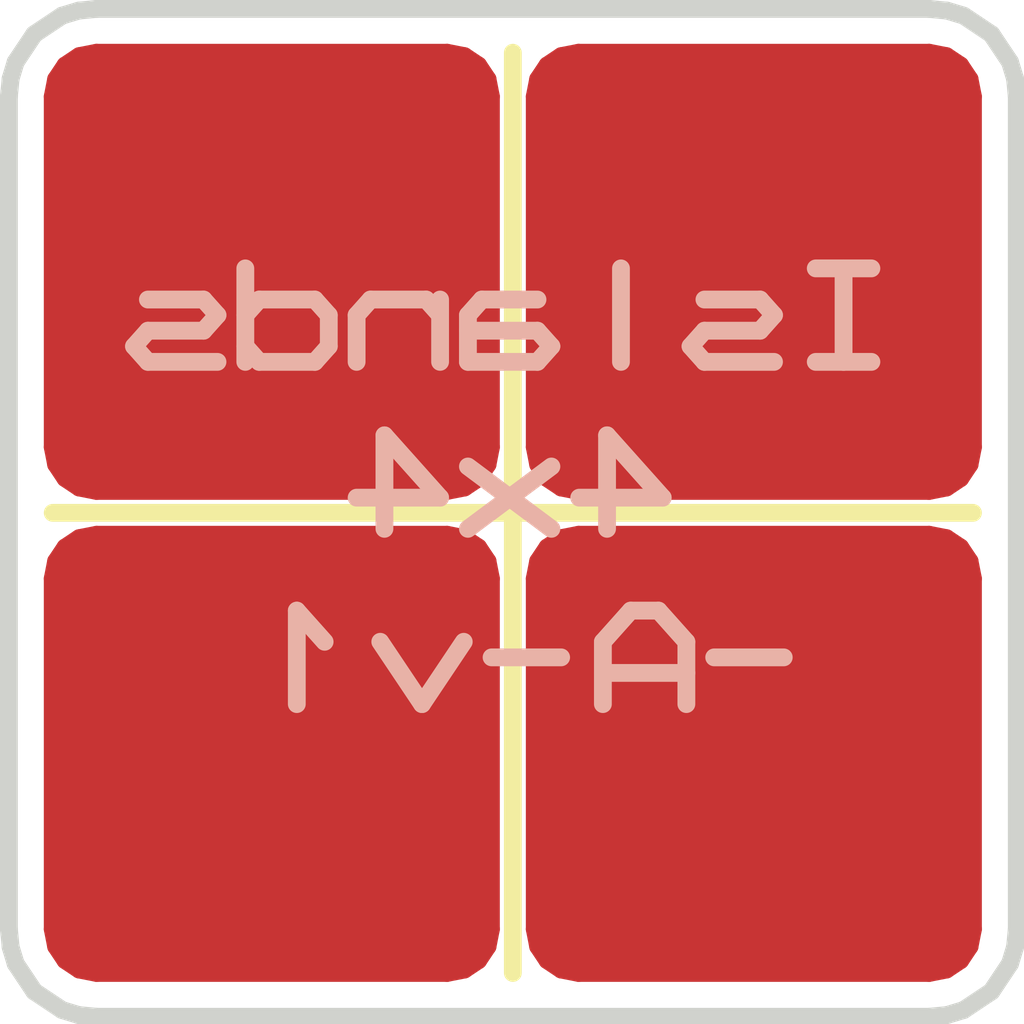
<source format=kicad_pcb>
(kicad_pcb (version 4) (generator "gerbview") (generator_version "8.0")

  (layers 
    (0 F.Cu signal)
    (31 B.Cu signal)
    (32 B.Adhes user)
    (33 F.Adhes user)
    (34 B.Paste user)
    (35 F.Paste user)
    (36 B.SilkS user)
    (37 F.SilkS user)
    (38 B.Mask user)
    (39 F.Mask user)
    (40 Dwgs.User user)
    (41 Cmts.User user)
    (42 Eco1.User user)
    (43 Eco2.User user)
    (44 Edge.Cuts user)
  )

(gr_line (start 1 -11.5) (end 10.5 -11.5) (layer Edge.Cuts) (width 0.2032))
(gr_line (start 11.5 -10.5) (end 11.5 -1) (layer Edge.Cuts) (width 0.2032))
(gr_line (start 10.5 0) (end 1 0) (layer Edge.Cuts) (width 0.2032))
(gr_line (start 0 -1) (end 0 -10.5) (layer Edge.Cuts) (width 0.2032))
(gr_line (start 10.5 -11.5) (end 10.70447 -11.4801) (layer Edge.Cuts) (width 0.2032))
(gr_line (start 10.70447 -11.4801) (end 10.89356 -11.42285) (layer Edge.Cuts) (width 0.2032))
(gr_line (start 10.89356 -11.42285) (end 11.21094 -11.21094) (layer Edge.Cuts) (width 0.2032))
(gr_line (start 11.21094 -11.21094) (end 11.42285 -10.89355) (layer Edge.Cuts) (width 0.2032))
(gr_line (start 11.42285 -10.89355) (end 11.4801 -10.70447) (layer Edge.Cuts) (width 0.2032))
(gr_line (start 11.4801 -10.70447) (end 11.5 -10.5) (layer Edge.Cuts) (width 0.2032))
(gr_line (start 11.5 -1) (end 11.4801 -0.79553) (layer Edge.Cuts) (width 0.2032))
(gr_line (start 11.4801 -0.79553) (end 11.42285 -0.60645) (layer Edge.Cuts) (width 0.2032))
(gr_line (start 11.42285 -0.60645) (end 11.21094 -0.28906) (layer Edge.Cuts) (width 0.2032))
(gr_line (start 11.21094 -0.28906) (end 10.89356 -0.07715) (layer Edge.Cuts) (width 0.2032))
(gr_line (start 10.89356 -0.07715) (end 10.70447 -0.0199) (layer Edge.Cuts) (width 0.2032))
(gr_line (start 10.70447 -0.0199) (end 10.5 0) (layer Edge.Cuts) (width 0.2032))
(gr_line (start 1 0) (end 0.79553 -0.0199) (layer Edge.Cuts) (width 0.2032))
(gr_line (start 0.79553 -0.0199) (end 0.60644 -0.07715) (layer Edge.Cuts) (width 0.2032))
(gr_line (start 0.60644 -0.07715) (end 0.28906 -0.28906) (layer Edge.Cuts) (width 0.2032))
(gr_line (start 0.28906 -0.28906) (end 0.07715 -0.60645) (layer Edge.Cuts) (width 0.2032))
(gr_line (start 0.07715 -0.60645) (end 0.0199 -0.79553) (layer Edge.Cuts) (width 0.2032))
(gr_line (start 0.0199 -0.79553) (end 0 -1) (layer Edge.Cuts) (width 0.2032))
(gr_line (start 0 -10.5) (end 0.0199 -10.70447) (layer Edge.Cuts) (width 0.2032))
(gr_line (start 0.0199 -10.70447) (end 0.07715 -10.89355) (layer Edge.Cuts) (width 0.2032))
(gr_line (start 0.07715 -10.89355) (end 0.28906 -11.21094) (layer Edge.Cuts) (width 0.2032))
(gr_line (start 0.28906 -11.21094) (end 0.60644 -11.42285) (layer Edge.Cuts) (width 0.2032))
(gr_line (start 0.60644 -11.42285) (end 0.79553 -11.4801) (layer Edge.Cuts) (width 0.2032))
(gr_line (start 0.79553 -11.4801) (end 1 -11.5) (layer Edge.Cuts) (width 0.2032))
(gr_line (start 5.75 -11) (end 5.75 -0.5) (layer F.SilkS) (width 0.2032))
(gr_line (start 0.5 -5.75) (end 11 -5.75) (layer F.SilkS) (width 0.2032))
(gr_poly (pts  (xy 6.5 -11) (xy 10.5 -11) (xy 10.69678 -10.96143)
 (xy 10.85547 -10.85547) (xy 10.96143 -10.69678) (xy 11 -10.5) (xy 11 -6.5)
 (xy 10.96143 -6.30322) (xy 10.85547 -6.14453) (xy 10.69678 -6.03857) (xy 10.5 -6)
 (xy 6.5 -6) (xy 6.30322 -6.03857) (xy 6.14453 -6.14453) (xy 6.03857 -6.30322)
 (xy 6 -6.5) (xy 6 -10.5) (xy 6.03857 -10.69678) (xy 6.14453 -10.85547)
 (xy 6.30322 -10.96143))(layer F.Mask) (width 0) )
(gr_poly (pts  (xy 5.5 -5) (xy 5.5 -1) (xy 5.46143 -0.80322)
 (xy 5.35547 -0.64453) (xy 5.19678 -0.53857) (xy 5 -0.5) (xy 1 -0.5)
 (xy 0.80322 -0.53857) (xy 0.64453 -0.64453) (xy 0.53857 -0.80322) (xy 0.5 -1)
 (xy 0.5 -5) (xy 0.53857 -5.19678) (xy 0.64453 -5.35547) (xy 0.80322 -5.46143)
 (xy 1 -5.5) (xy 5 -5.5) (xy 5.19678 -5.46143) (xy 5.35547 -5.35547)
 (xy 5.46143 -5.19678))(layer F.Mask) (width 0) )
(gr_poly (pts  (xy 6.5 -5.5) (xy 10.5 -5.5) (xy 10.69678 -5.46143)
 (xy 10.85547 -5.35547) (xy 10.96143 -5.19678) (xy 11 -5) (xy 11 -1)
 (xy 10.96143 -0.80322) (xy 10.85547 -0.64453) (xy 10.69678 -0.53857) (xy 10.5 -0.5)
 (xy 6.5 -0.5) (xy 6.30322 -0.53857) (xy 6.14453 -0.64453) (xy 6.03857 -0.80322)
 (xy 6 -1) (xy 6 -5) (xy 6.03857 -5.19678) (xy 6.14453 -5.35547)
 (xy 6.30322 -5.46143))(layer F.Mask) (width 0) )
(gr_poly (pts  (xy 1 -11) (xy 5 -11) (xy 5.19678 -10.96143)
 (xy 5.35547 -10.85547) (xy 5.46143 -10.69678) (xy 5.5 -10.5) (xy 5.5 -6.5)
 (xy 5.46143 -6.30322) (xy 5.35547 -6.14453) (xy 5.19678 -6.03857) (xy 5 -6)
 (xy 1 -6) (xy 0.80322 -6.03857) (xy 0.64453 -6.14453) (xy 0.53857 -6.30322)
 (xy 0.5 -6.5) (xy 0.5 -10.5) (xy 0.53857 -10.69678) (xy 0.64453 -10.85547)
 (xy 0.80322 -10.96143))(layer F.Mask) (width 0) )
(gr_line (start 6.5 -11) (end 10.5 -11) (layer F.Mask) (width 0.2032))
(gr_line (start 10.5 -11) (end 10.69678 -10.96143) (layer F.Mask) (width 0.2032))
(gr_line (start 10.69678 -10.96143) (end 10.85547 -10.85547) (layer F.Mask) (width 0.2032))
(gr_line (start 10.85547 -10.85547) (end 10.96143 -10.69678) (layer F.Mask) (width 0.2032))
(gr_line (start 10.96143 -10.69678) (end 11 -10.5) (layer F.Mask) (width 0.2032))
(gr_line (start 11 -10.5) (end 11 -6.5) (layer F.Mask) (width 0.2032))
(gr_line (start 11 -6.5) (end 10.96143 -6.30322) (layer F.Mask) (width 0.2032))
(gr_line (start 10.96143 -6.30322) (end 10.85547 -6.14453) (layer F.Mask) (width 0.2032))
(gr_line (start 10.85547 -6.14453) (end 10.69678 -6.03857) (layer F.Mask) (width 0.2032))
(gr_line (start 10.69678 -6.03857) (end 10.5 -6) (layer F.Mask) (width 0.2032))
(gr_line (start 10.5 -6) (end 6.5 -6) (layer F.Mask) (width 0.2032))
(gr_line (start 6.5 -6) (end 6.30322 -6.03857) (layer F.Mask) (width 0.2032))
(gr_line (start 6.30322 -6.03857) (end 6.14453 -6.14453) (layer F.Mask) (width 0.2032))
(gr_line (start 6.14453 -6.14453) (end 6.03857 -6.30322) (layer F.Mask) (width 0.2032))
(gr_line (start 6.03857 -6.30322) (end 6 -6.5) (layer F.Mask) (width 0.2032))
(gr_line (start 6 -6.5) (end 6 -10.5) (layer F.Mask) (width 0.2032))
(gr_line (start 6 -10.5) (end 6.03857 -10.69678) (layer F.Mask) (width 0.2032))
(gr_line (start 6.03857 -10.69678) (end 6.14453 -10.85547) (layer F.Mask) (width 0.2032))
(gr_line (start 6.14453 -10.85547) (end 6.30322 -10.96143) (layer F.Mask) (width 0.2032))
(gr_line (start 6.30322 -10.96143) (end 6.5 -11) (layer F.Mask) (width 0.2032))
(gr_line (start 5.5 -5) (end 5.5 -1) (layer F.Mask) (width 0.2032))
(gr_line (start 5.5 -1) (end 5.46143 -0.80322) (layer F.Mask) (width 0.2032))
(gr_line (start 5.46143 -0.80322) (end 5.35547 -0.64453) (layer F.Mask) (width 0.2032))
(gr_line (start 5.35547 -0.64453) (end 5.19678 -0.53857) (layer F.Mask) (width 0.2032))
(gr_line (start 5.19678 -0.53857) (end 5 -0.5) (layer F.Mask) (width 0.2032))
(gr_line (start 5 -0.5) (end 1 -0.5) (layer F.Mask) (width 0.2032))
(gr_line (start 1 -0.5) (end 0.80322 -0.53857) (layer F.Mask) (width 0.2032))
(gr_line (start 0.80322 -0.53857) (end 0.64453 -0.64453) (layer F.Mask) (width 0.2032))
(gr_line (start 0.64453 -0.64453) (end 0.53857 -0.80322) (layer F.Mask) (width 0.2032))
(gr_line (start 0.53857 -0.80322) (end 0.5 -1) (layer F.Mask) (width 0.2032))
(gr_line (start 0.5 -1) (end 0.5 -5) (layer F.Mask) (width 0.2032))
(gr_line (start 0.5 -5) (end 0.53857 -5.19678) (layer F.Mask) (width 0.2032))
(gr_line (start 0.53857 -5.19678) (end 0.64453 -5.35547) (layer F.Mask) (width 0.2032))
(gr_line (start 0.64453 -5.35547) (end 0.80322 -5.46143) (layer F.Mask) (width 0.2032))
(gr_line (start 0.80322 -5.46143) (end 1 -5.5) (layer F.Mask) (width 0.2032))
(gr_line (start 1 -5.5) (end 5 -5.5) (layer F.Mask) (width 0.2032))
(gr_line (start 5 -5.5) (end 5.19678 -5.46143) (layer F.Mask) (width 0.2032))
(gr_line (start 5.19678 -5.46143) (end 5.35547 -5.35547) (layer F.Mask) (width 0.2032))
(gr_line (start 5.35547 -5.35547) (end 5.46143 -5.19678) (layer F.Mask) (width 0.2032))
(gr_line (start 5.46143 -5.19678) (end 5.5 -5) (layer F.Mask) (width 0.2032))
(gr_line (start 6.5 -5.5) (end 10.5 -5.5) (layer F.Mask) (width 0.2032))
(gr_line (start 10.5 -5.5) (end 10.69678 -5.46143) (layer F.Mask) (width 0.2032))
(gr_line (start 10.69678 -5.46143) (end 10.85547 -5.35547) (layer F.Mask) (width 0.2032))
(gr_line (start 10.85547 -5.35547) (end 10.96143 -5.19678) (layer F.Mask) (width 0.2032))
(gr_line (start 10.96143 -5.19678) (end 11 -5) (layer F.Mask) (width 0.2032))
(gr_line (start 11 -5) (end 11 -1) (layer F.Mask) (width 0.2032))
(gr_line (start 11 -1) (end 10.96143 -0.80322) (layer F.Mask) (width 0.2032))
(gr_line (start 10.96143 -0.80322) (end 10.85547 -0.64453) (layer F.Mask) (width 0.2032))
(gr_line (start 10.85547 -0.64453) (end 10.69678 -0.53857) (layer F.Mask) (width 0.2032))
(gr_line (start 10.69678 -0.53857) (end 10.5 -0.5) (layer F.Mask) (width 0.2032))
(gr_line (start 10.5 -0.5) (end 6.5 -0.5) (layer F.Mask) (width 0.2032))
(gr_line (start 6.5 -0.5) (end 6.30322 -0.53857) (layer F.Mask) (width 0.2032))
(gr_line (start 6.30322 -0.53857) (end 6.14453 -0.64453) (layer F.Mask) (width 0.2032))
(gr_line (start 6.14453 -0.64453) (end 6.03857 -0.80322) (layer F.Mask) (width 0.2032))
(gr_line (start 6.03857 -0.80322) (end 6 -1) (layer F.Mask) (width 0.2032))
(gr_line (start 6 -1) (end 6 -5) (layer F.Mask) (width 0.2032))
(gr_line (start 6 -5) (end 6.03857 -5.19678) (layer F.Mask) (width 0.2032))
(gr_line (start 6.03857 -5.19678) (end 6.14453 -5.35547) (layer F.Mask) (width 0.2032))
(gr_line (start 6.14453 -5.35547) (end 6.30322 -5.46143) (layer F.Mask) (width 0.2032))
(gr_line (start 6.30322 -5.46143) (end 6.5 -5.5) (layer F.Mask) (width 0.2032))
(gr_line (start 1 -11) (end 5 -11) (layer F.Mask) (width 0.2032))
(gr_line (start 5 -11) (end 5.19678 -10.96143) (layer F.Mask) (width 0.2032))
(gr_line (start 5.19678 -10.96143) (end 5.35547 -10.85547) (layer F.Mask) (width 0.2032))
(gr_line (start 5.35547 -10.85547) (end 5.46143 -10.69678) (layer F.Mask) (width 0.2032))
(gr_line (start 5.46143 -10.69678) (end 5.5 -10.5) (layer F.Mask) (width 0.2032))
(gr_line (start 5.5 -10.5) (end 5.5 -6.5) (layer F.Mask) (width 0.2032))
(gr_line (start 5.5 -6.5) (end 5.46143 -6.30322) (layer F.Mask) (width 0.2032))
(gr_line (start 5.46143 -6.30322) (end 5.35547 -6.14453) (layer F.Mask) (width 0.2032))
(gr_line (start 5.35547 -6.14453) (end 5.19678 -6.03857) (layer F.Mask) (width 0.2032))
(gr_line (start 5.19678 -6.03857) (end 5 -6) (layer F.Mask) (width 0.2032))
(gr_line (start 5 -6) (end 1 -6) (layer F.Mask) (width 0.2032))
(gr_line (start 1 -6) (end 0.80322 -6.03857) (layer F.Mask) (width 0.2032))
(gr_line (start 0.80322 -6.03857) (end 0.64453 -6.14453) (layer F.Mask) (width 0.2032))
(gr_line (start 0.64453 -6.14453) (end 0.53857 -6.30322) (layer F.Mask) (width 0.2032))
(gr_line (start 0.53857 -6.30322) (end 0.5 -6.5) (layer F.Mask) (width 0.2032))
(gr_line (start 0.5 -6.5) (end 0.5 -10.5) (layer F.Mask) (width 0.2032))
(gr_line (start 0.5 -10.5) (end 0.53857 -10.69678) (layer F.Mask) (width 0.2032))
(gr_line (start 0.53857 -10.69678) (end 0.64453 -10.85547) (layer F.Mask) (width 0.2032))
(gr_line (start 0.64453 -10.85547) (end 0.80322 -10.96143) (layer F.Mask) (width 0.2032))
(gr_line (start 0.80322 -10.96143) (end 1 -11) (layer F.Mask) (width 0.2032))
(gr_line (start 6.5075 -5.9232) (end 7.46 -5.9232) (layer B.SilkS) (width 0.2032))
(gr_line (start 7.46 -5.9232) (end 6.825 -6.6344) (layer B.SilkS) (width 0.2032))
(gr_line (start 6.825 -6.6344) (end 6.825 -5.5676) (layer B.SilkS) (width 0.2032))
(gr_line (start 6.19 -6.2788) (end 5.2375 -5.5676) (layer B.SilkS) (width 0.2032))
(gr_line (start 6.19 -5.5676) (end 5.2375 -6.2788) (layer B.SilkS) (width 0.2032))
(gr_line (start 3.9675 -5.9232) (end 4.92 -5.9232) (layer B.SilkS) (width 0.2032))
(gr_line (start 4.92 -5.9232) (end 4.285 -6.6344) (layer B.SilkS) (width 0.2032))
(gr_line (start 4.285 -6.6344) (end 4.285 -5.5676) (layer B.SilkS) (width 0.2032))
(gr_line (start 8.84125 -4.101) (end 8.0475 -4.101) (layer B.SilkS) (width 0.2032))
(gr_line (start 7.73 -3.5676) (end 7.73 -4.2788) (layer B.SilkS) (width 0.2032))
(gr_line (start 7.73 -4.2788) (end 7.4125 -4.6344) (layer B.SilkS) (width 0.2032))
(gr_line (start 7.4125 -4.6344) (end 7.095 -4.6344) (layer B.SilkS) (width 0.2032))
(gr_line (start 7.095 -4.6344) (end 6.7775 -4.2788) (layer B.SilkS) (width 0.2032))
(gr_line (start 6.7775 -4.2788) (end 6.7775 -3.5676) (layer B.SilkS) (width 0.2032))
(gr_line (start 7.73 -3.9232) (end 6.7775 -3.9232) (layer B.SilkS) (width 0.2032))
(gr_line (start 6.30125 -4.101) (end 5.5075 -4.101) (layer B.SilkS) (width 0.2032))
(gr_line (start 5.19 -4.2788) (end 4.71375 -3.5676) (layer B.SilkS) (width 0.2032))
(gr_line (start 4.71375 -3.5676) (end 4.2375 -4.2788) (layer B.SilkS) (width 0.2032))
(gr_line (start 3.6025 -4.2788) (end 3.285 -4.6344) (layer B.SilkS) (width 0.2032))
(gr_line (start 3.285 -4.6344) (end 3.285 -3.5676) (layer B.SilkS) (width 0.2032))
(gr_line (start 9.84125 -8.5394) (end 9.20625 -8.5394) (layer B.SilkS) (width 0.2032))
(gr_line (start 9.52375 -8.5394) (end 9.52375 -7.4726) (layer B.SilkS) (width 0.2032))
(gr_line (start 9.84125 -7.4726) (end 9.20625 -7.4726) (layer B.SilkS) (width 0.2032))
(gr_line (start 7.93625 -8.1838) (end 8.57125 -8.1838) (layer B.SilkS) (width 0.2032))
(gr_line (start 8.57125 -8.1838) (end 8.73 -8.006) (layer B.SilkS) (width 0.2032))
(gr_line (start 8.73 -8.006) (end 8.57125 -7.8282) (layer B.SilkS) (width 0.2032))
(gr_line (start 8.57125 -7.8282) (end 7.93625 -7.8282) (layer B.SilkS) (width 0.2032))
(gr_line (start 7.93625 -7.8282) (end 7.7775 -7.6504) (layer B.SilkS) (width 0.2032))
(gr_line (start 7.7775 -7.6504) (end 7.93625 -7.4726) (layer B.SilkS) (width 0.2032))
(gr_line (start 7.93625 -7.4726) (end 8.73 -7.4726) (layer B.SilkS) (width 0.2032))
(gr_line (start 6.98375 -8.5394) (end 6.98375 -7.4726) (layer B.SilkS) (width 0.2032))
(gr_line (start 6.03125 -8.1838) (end 5.39625 -8.1838) (layer B.SilkS) (width 0.2032))
(gr_line (start 5.39625 -8.1838) (end 5.2375 -8.006) (layer B.SilkS) (width 0.2032))
(gr_line (start 5.2375 -8.006) (end 5.2375 -7.4726) (layer B.SilkS) (width 0.2032))
(gr_line (start 5.2375 -7.4726) (end 6.03125 -7.4726) (layer B.SilkS) (width 0.2032))
(gr_line (start 6.03125 -7.4726) (end 6.19 -7.6504) (layer B.SilkS) (width 0.2032))
(gr_line (start 6.19 -7.6504) (end 6.03125 -7.8282) (layer B.SilkS) (width 0.2032))
(gr_line (start 6.03125 -7.8282) (end 5.2375 -7.8282) (layer B.SilkS) (width 0.2032))
(gr_line (start 4.92 -7.4726) (end 4.92 -8.1838) (layer B.SilkS) (width 0.2032))
(gr_line (start 4.92 -8.006) (end 4.76125 -8.1838) (layer B.SilkS) (width 0.2032))
(gr_line (start 4.76125 -8.1838) (end 4.12625 -8.1838) (layer B.SilkS) (width 0.2032))
(gr_line (start 4.12625 -8.1838) (end 3.9675 -8.006) (layer B.SilkS) (width 0.2032))
(gr_line (start 3.9675 -8.006) (end 3.9675 -7.4726) (layer B.SilkS) (width 0.2032))
(gr_line (start 2.6975 -8.006) (end 2.85625 -8.1838) (layer B.SilkS) (width 0.2032))
(gr_line (start 2.85625 -8.1838) (end 3.49125 -8.1838) (layer B.SilkS) (width 0.2032))
(gr_line (start 3.49125 -8.1838) (end 3.65 -8.006) (layer B.SilkS) (width 0.2032))
(gr_line (start 3.65 -8.006) (end 3.65 -7.6504) (layer B.SilkS) (width 0.2032))
(gr_line (start 3.65 -7.6504) (end 3.49125 -7.4726) (layer B.SilkS) (width 0.2032))
(gr_line (start 3.49125 -7.4726) (end 2.85625 -7.4726) (layer B.SilkS) (width 0.2032))
(gr_line (start 2.85625 -7.4726) (end 2.6975 -7.6504) (layer B.SilkS) (width 0.2032))
(gr_line (start 2.6975 -7.4726) (end 2.6975 -8.5394) (layer B.SilkS) (width 0.2032))
(gr_line (start 1.58625 -8.1838) (end 2.22125 -8.1838) (layer B.SilkS) (width 0.2032))
(gr_line (start 2.22125 -8.1838) (end 2.38 -8.006) (layer B.SilkS) (width 0.2032))
(gr_line (start 2.38 -8.006) (end 2.22125 -7.8282) (layer B.SilkS) (width 0.2032))
(gr_line (start 2.22125 -7.8282) (end 1.58625 -7.8282) (layer B.SilkS) (width 0.2032))
(gr_line (start 1.58625 -7.8282) (end 1.4275 -7.6504) (layer B.SilkS) (width 0.2032))
(gr_line (start 1.4275 -7.6504) (end 1.58625 -7.4726) (layer B.SilkS) (width 0.2032))
(gr_line (start 1.58625 -7.4726) (end 2.38 -7.4726) (layer B.SilkS) (width 0.2032))
(gr_poly (pts  (xy 10.69678 -10.96143) (xy 10.85547 -10.85547) (xy 10.96143 -10.69678)
 (xy 11 -10.5) (xy 11 -6.5) (xy 10.96143 -6.30322) (xy 10.85547 -6.14453)
 (xy 10.69678 -6.03857) (xy 10.5 -6) (xy 6.5 -6) (xy 6.30322 -6.03857)
 (xy 6.14453 -6.14453) (xy 6.03857 -6.30322) (xy 6 -6.5) (xy 6 -10.5)
 (xy 6.03857 -10.69678) (xy 6.14453 -10.85547) (xy 6.30322 -10.96143) (xy 6.5 -11)
 (xy 10.5 -11))(layer F.Cu) (width 0) )
(gr_poly (pts  (xy 5.19678 -5.46143) (xy 5.35547 -5.35547) (xy 5.46143 -5.19678)
 (xy 5.5 -5) (xy 5.5 -1) (xy 5.46143 -0.80322) (xy 5.35547 -0.64453)
 (xy 5.19678 -0.53857) (xy 5 -0.5) (xy 1 -0.5) (xy 0.80322 -0.53857)
 (xy 0.64453 -0.64453) (xy 0.53857 -0.80322) (xy 0.5 -1) (xy 0.5 -5)
 (xy 0.53857 -5.19678) (xy 0.64453 -5.35547) (xy 0.80322 -5.46143) (xy 1 -5.5)
 (xy 5 -5.5))(layer F.Cu) (width 0) )
(gr_poly (pts  (xy 10.69678 -5.46143) (xy 10.85547 -5.35547) (xy 10.96143 -5.19678)
 (xy 11 -5) (xy 11 -1) (xy 10.96143 -0.80322) (xy 10.85547 -0.64453)
 (xy 10.69678 -0.53857) (xy 10.5 -0.5) (xy 6.5 -0.5) (xy 6.30322 -0.53857)
 (xy 6.14453 -0.64453) (xy 6.03857 -0.80322) (xy 6 -1) (xy 6 -5)
 (xy 6.03857 -5.19678) (xy 6.14453 -5.35547) (xy 6.30322 -5.46143) (xy 6.5 -5.5)
 (xy 10.5 -5.5))(layer F.Cu) (width 0) )
(gr_poly (pts  (xy 5.19678 -10.96143) (xy 5.35547 -10.85547) (xy 5.46143 -10.69678)
 (xy 5.5 -10.5) (xy 5.5 -6.5) (xy 5.46143 -6.30322) (xy 5.35547 -6.14453)
 (xy 5.19678 -6.03857) (xy 5 -6) (xy 1 -6) (xy 0.80322 -6.03857)
 (xy 0.64453 -6.14453) (xy 0.53857 -6.30322) (xy 0.5 -6.5) (xy 0.5 -10.5)
 (xy 0.53857 -10.69678) (xy 0.64453 -10.85547) (xy 0.80322 -10.96143) (xy 1 -11)
 (xy 5 -11))(layer F.Cu) (width 0) )
(segment (start 10.69678 -10.96143) (end 10.85547 -10.85547) (width 0.2032) (layer F.Cu) (net 0))
(segment (start 10.85547 -10.85547) (end 10.96143 -10.69678) (width 0.2032) (layer F.Cu) (net 0))
(segment (start 10.96143 -10.69678) (end 11 -10.5) (width 0.2032) (layer F.Cu) (net 0))
(segment (start 11 -10.5) (end 11 -6.5) (width 0.2032) (layer F.Cu) (net 0))
(segment (start 11 -6.5) (end 10.96143 -6.30322) (width 0.2032) (layer F.Cu) (net 0))
(segment (start 10.96143 -6.30322) (end 10.85547 -6.14453) (width 0.2032) (layer F.Cu) (net 0))
(segment (start 10.85547 -6.14453) (end 10.69678 -6.03857) (width 0.2032) (layer F.Cu) (net 0))
(segment (start 10.69678 -6.03857) (end 10.5 -6) (width 0.2032) (layer F.Cu) (net 0))
(segment (start 10.5 -6) (end 6.5 -6) (width 0.2032) (layer F.Cu) (net 0))
(segment (start 6.5 -6) (end 6.30322 -6.03857) (width 0.2032) (layer F.Cu) (net 0))
(segment (start 6.30322 -6.03857) (end 6.14453 -6.14453) (width 0.2032) (layer F.Cu) (net 0))
(segment (start 6.14453 -6.14453) (end 6.03857 -6.30322) (width 0.2032) (layer F.Cu) (net 0))
(segment (start 6.03857 -6.30322) (end 6 -6.5) (width 0.2032) (layer F.Cu) (net 0))
(segment (start 6 -6.5) (end 6 -10.5) (width 0.2032) (layer F.Cu) (net 0))
(segment (start 6 -10.5) (end 6.03857 -10.69678) (width 0.2032) (layer F.Cu) (net 0))
(segment (start 6.03857 -10.69678) (end 6.14453 -10.85547) (width 0.2032) (layer F.Cu) (net 0))
(segment (start 6.14453 -10.85547) (end 6.30322 -10.96143) (width 0.2032) (layer F.Cu) (net 0))
(segment (start 6.30322 -10.96143) (end 6.5 -11) (width 0.2032) (layer F.Cu) (net 0))
(segment (start 6.5 -11) (end 10.5 -11) (width 0.2032) (layer F.Cu) (net 0))
(segment (start 10.5 -11) (end 10.69678 -10.96143) (width 0.2032) (layer F.Cu) (net 0))
(segment (start 5.19678 -5.46143) (end 5.35547 -5.35547) (width 0.2032) (layer F.Cu) (net 0))
(segment (start 5.35547 -5.35547) (end 5.46143 -5.19678) (width 0.2032) (layer F.Cu) (net 0))
(segment (start 5.46143 -5.19678) (end 5.5 -5) (width 0.2032) (layer F.Cu) (net 0))
(segment (start 5.5 -5) (end 5.5 -1) (width 0.2032) (layer F.Cu) (net 0))
(segment (start 5.5 -1) (end 5.46143 -0.80322) (width 0.2032) (layer F.Cu) (net 0))
(segment (start 5.46143 -0.80322) (end 5.35547 -0.64453) (width 0.2032) (layer F.Cu) (net 0))
(segment (start 5.35547 -0.64453) (end 5.19678 -0.53857) (width 0.2032) (layer F.Cu) (net 0))
(segment (start 5.19678 -0.53857) (end 5 -0.5) (width 0.2032) (layer F.Cu) (net 0))
(segment (start 5 -0.5) (end 1 -0.5) (width 0.2032) (layer F.Cu) (net 0))
(segment (start 1 -0.5) (end 0.80322 -0.53857) (width 0.2032) (layer F.Cu) (net 0))
(segment (start 0.80322 -0.53857) (end 0.64453 -0.64453) (width 0.2032) (layer F.Cu) (net 0))
(segment (start 0.64453 -0.64453) (end 0.53857 -0.80322) (width 0.2032) (layer F.Cu) (net 0))
(segment (start 0.53857 -0.80322) (end 0.5 -1) (width 0.2032) (layer F.Cu) (net 0))
(segment (start 0.5 -1) (end 0.5 -5) (width 0.2032) (layer F.Cu) (net 0))
(segment (start 0.5 -5) (end 0.53857 -5.19678) (width 0.2032) (layer F.Cu) (net 0))
(segment (start 0.53857 -5.19678) (end 0.64453 -5.35547) (width 0.2032) (layer F.Cu) (net 0))
(segment (start 0.64453 -5.35547) (end 0.80322 -5.46143) (width 0.2032) (layer F.Cu) (net 0))
(segment (start 0.80322 -5.46143) (end 1 -5.5) (width 0.2032) (layer F.Cu) (net 0))
(segment (start 1 -5.5) (end 5 -5.5) (width 0.2032) (layer F.Cu) (net 0))
(segment (start 5 -5.5) (end 5.19678 -5.46143) (width 0.2032) (layer F.Cu) (net 0))
(segment (start 10.69678 -5.46143) (end 10.85547 -5.35547) (width 0.2032) (layer F.Cu) (net 0))
(segment (start 10.85547 -5.35547) (end 10.96143 -5.19678) (width 0.2032) (layer F.Cu) (net 0))
(segment (start 10.96143 -5.19678) (end 11 -5) (width 0.2032) (layer F.Cu) (net 0))
(segment (start 11 -5) (end 11 -1) (width 0.2032) (layer F.Cu) (net 0))
(segment (start 11 -1) (end 10.96143 -0.80322) (width 0.2032) (layer F.Cu) (net 0))
(segment (start 10.96143 -0.80322) (end 10.85547 -0.64453) (width 0.2032) (layer F.Cu) (net 0))
(segment (start 10.85547 -0.64453) (end 10.69678 -0.53857) (width 0.2032) (layer F.Cu) (net 0))
(segment (start 10.69678 -0.53857) (end 10.5 -0.5) (width 0.2032) (layer F.Cu) (net 0))
(segment (start 10.5 -0.5) (end 6.5 -0.5) (width 0.2032) (layer F.Cu) (net 0))
(segment (start 6.5 -0.5) (end 6.30322 -0.53857) (width 0.2032) (layer F.Cu) (net 0))
(segment (start 6.30322 -0.53857) (end 6.14453 -0.64453) (width 0.2032) (layer F.Cu) (net 0))
(segment (start 6.14453 -0.64453) (end 6.03857 -0.80322) (width 0.2032) (layer F.Cu) (net 0))
(segment (start 6.03857 -0.80322) (end 6 -1) (width 0.2032) (layer F.Cu) (net 0))
(segment (start 6 -1) (end 6 -5) (width 0.2032) (layer F.Cu) (net 0))
(segment (start 6 -5) (end 6.03857 -5.19678) (width 0.2032) (layer F.Cu) (net 0))
(segment (start 6.03857 -5.19678) (end 6.14453 -5.35547) (width 0.2032) (layer F.Cu) (net 0))
(segment (start 6.14453 -5.35547) (end 6.30322 -5.46143) (width 0.2032) (layer F.Cu) (net 0))
(segment (start 6.30322 -5.46143) (end 6.5 -5.5) (width 0.2032) (layer F.Cu) (net 0))
(segment (start 6.5 -5.5) (end 10.5 -5.5) (width 0.2032) (layer F.Cu) (net 0))
(segment (start 10.5 -5.5) (end 10.69678 -5.46143) (width 0.2032) (layer F.Cu) (net 0))
(segment (start 5.19678 -10.96143) (end 5.35547 -10.85547) (width 0.2032) (layer F.Cu) (net 0))
(segment (start 5.35547 -10.85547) (end 5.46143 -10.69678) (width 0.2032) (layer F.Cu) (net 0))
(segment (start 5.46143 -10.69678) (end 5.5 -10.5) (width 0.2032) (layer F.Cu) (net 0))
(segment (start 5.5 -10.5) (end 5.5 -6.5) (width 0.2032) (layer F.Cu) (net 0))
(segment (start 5.5 -6.5) (end 5.46143 -6.30322) (width 0.2032) (layer F.Cu) (net 0))
(segment (start 5.46143 -6.30322) (end 5.35547 -6.14453) (width 0.2032) (layer F.Cu) (net 0))
(segment (start 5.35547 -6.14453) (end 5.19678 -6.03857) (width 0.2032) (layer F.Cu) (net 0))
(segment (start 5.19678 -6.03857) (end 5 -6) (width 0.2032) (layer F.Cu) (net 0))
(segment (start 5 -6) (end 1 -6) (width 0.2032) (layer F.Cu) (net 0))
(segment (start 1 -6) (end 0.80322 -6.03857) (width 0.2032) (layer F.Cu) (net 0))
(segment (start 0.80322 -6.03857) (end 0.64453 -6.14453) (width 0.2032) (layer F.Cu) (net 0))
(segment (start 0.64453 -6.14453) (end 0.53857 -6.30322) (width 0.2032) (layer F.Cu) (net 0))
(segment (start 0.53857 -6.30322) (end 0.5 -6.5) (width 0.2032) (layer F.Cu) (net 0))
(segment (start 0.5 -6.5) (end 0.5 -10.5) (width 0.2032) (layer F.Cu) (net 0))
(segment (start 0.5 -10.5) (end 0.53857 -10.69678) (width 0.2032) (layer F.Cu) (net 0))
(segment (start 0.53857 -10.69678) (end 0.64453 -10.85547) (width 0.2032) (layer F.Cu) (net 0))
(segment (start 0.64453 -10.85547) (end 0.80322 -10.96143) (width 0.2032) (layer F.Cu) (net 0))
(segment (start 0.80322 -10.96143) (end 1 -11) (width 0.2032) (layer F.Cu) (net 0))
(segment (start 1 -11) (end 5 -11) (width 0.2032) (layer F.Cu) (net 0))
(segment (start 5 -11) (end 5.19678 -10.96143) (width 0.2032) (layer F.Cu) (net 0))
)

</source>
